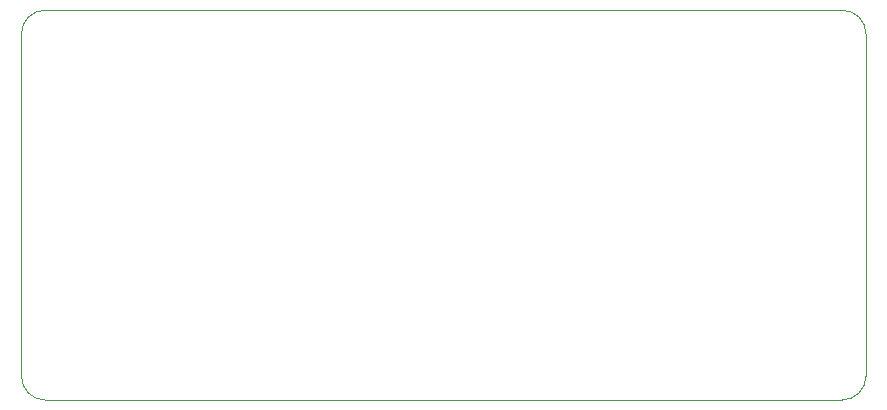
<source format=gbr>
%TF.GenerationSoftware,KiCad,Pcbnew,8.0.1*%
%TF.CreationDate,2024-05-21T16:03:15+09:00*%
%TF.ProjectId,USB-to-RS485-Converter-Small,5553422d-746f-42d5-9253-3438352d436f,1.0*%
%TF.SameCoordinates,Original*%
%TF.FileFunction,Profile,NP*%
%FSLAX46Y46*%
G04 Gerber Fmt 4.6, Leading zero omitted, Abs format (unit mm)*
G04 Created by KiCad (PCBNEW 8.0.1) date 2024-05-21 16:03:15*
%MOMM*%
%LPD*%
G01*
G04 APERTURE LIST*
%TA.AperFunction,Profile*%
%ADD10C,0.050000*%
%TD*%
G04 APERTURE END LIST*
D10*
X108687500Y-115087500D02*
X108687500Y-86087500D01*
X178187500Y-117087500D02*
X110687500Y-117087500D01*
X108687500Y-86087500D02*
G75*
G02*
X110687500Y-84087500I2000000J0D01*
G01*
X110687500Y-84087500D02*
X178187500Y-84087500D01*
X110687500Y-117087500D02*
G75*
G02*
X108687500Y-115087500I0J2000000D01*
G01*
X178187500Y-84087500D02*
G75*
G02*
X180187500Y-86087500I0J-2000000D01*
G01*
X180187500Y-86087500D02*
X180187500Y-115087500D01*
X180187500Y-115087500D02*
G75*
G02*
X178187500Y-117087500I-2000000J0D01*
G01*
M02*

</source>
